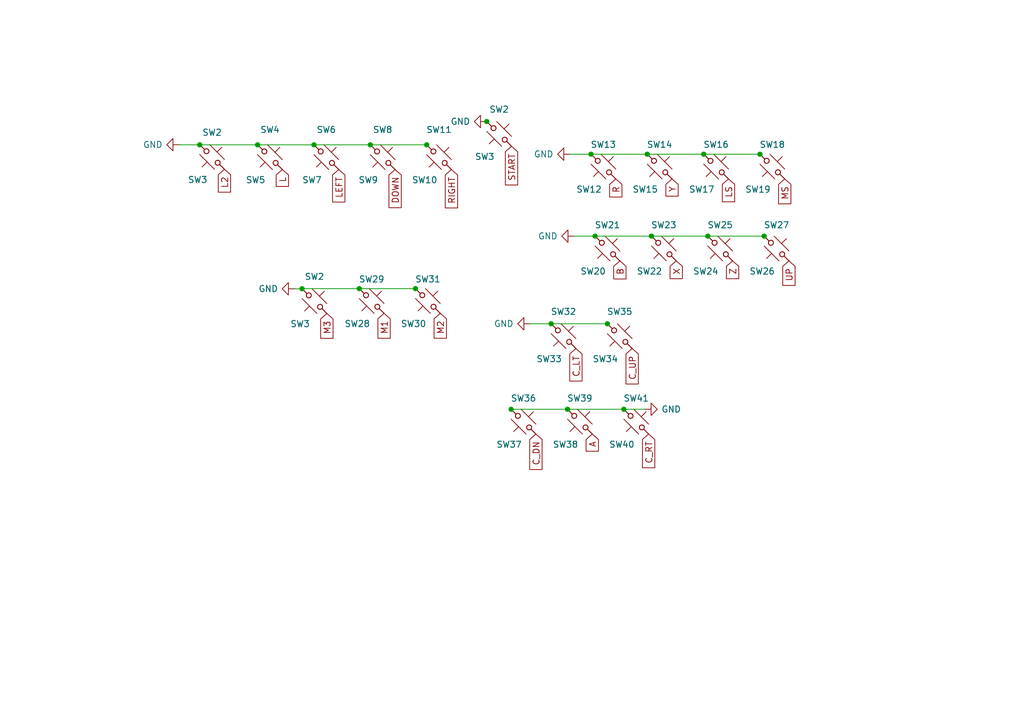
<source format=kicad_sch>
(kicad_sch (version 20230121) (generator eeschema)
  (paper "A5")
  (lib_symbols
    (symbol "marbastlib-mx:MX_SW_HS" (pin_numbers hide) (pin_names (offset 1.016) hide)
      (property "Reference" "SW" (at 3.048 1.016 0))
      (property "Value" "MX_SW_HS" (at 0 -3.81 0))
      (symbol "MX_SW_HS_0_1"
        (circle (center -1.1684 1.1684) (radius 0.508))
        (polyline (pts (xy -0.508 2.54) (xy 2.54 -0.508)))
        (polyline (pts (xy 1.016 1.016) (xy 2.032 2.032)))
        (polyline (pts (xy -2.54 2.54) (xy -1.524 1.524) (xy -1.524 1.524)))
        (polyline (pts (xy 1.524 -1.524) (xy 2.54 -2.54) (xy 2.54 -2.54) (xy 2.54 -2.54)))
        (circle (center 1.143 -1.1938) (radius 0.508))
        (pin passive line (at -2.54 2.54 0) (length 0) (name "1") (number "1"))
        (pin passive line (at 2.54 -2.54 180) (length 0) (name "2") (number "2"))
      )
    )
    (symbol "marbastlib-mx:MX_SW_solder" (pin_numbers hide) (pin_names (offset 1.016) hide)
      (property "Reference" "SW" (at 3.048 1.016 0))
      (property "Value" "MX_SW_solder" (at 0 -3.81 0))
      (symbol "MX_SW_solder_0_1"
        (circle (center -1.1684 1.1684) (radius 0.508))
        (polyline (pts (xy -0.508 2.54) (xy 2.54 -0.508)))
        (polyline (pts (xy 1.016 1.016) (xy 2.032 2.032)))
        (polyline (pts (xy -2.54 2.54) (xy -1.524 1.524) (xy -1.524 1.524)))
        (polyline (pts (xy 1.524 -1.524) (xy 2.54 -2.54) (xy 2.54 -2.54) (xy 2.54 -2.54)))
        (circle (center 1.143 -1.1938) (radius 0.508))
        (pin passive line (at -2.54 2.54 0) (length 0) (name "1") (number "1"))
        (pin passive line (at 2.54 -2.54 180) (length 0) (name "2") (number "2"))
      )
    )
    (symbol "power:GND" (power) (pin_names (offset 0))
      (property "Value" "GND" (at 0 -3.81 0))
      (symbol "GND_0_1"
        (polyline (pts (xy 0 0) (xy 0 -1.27) (xy 1.27 -1.27) (xy 0 -2.54) (xy -1.27 -1.27) (xy 0 -1.27)))
      )
      (symbol "GND_1_1"
        (pin power_in line (at 0 0 270) (length 0) hide (name "GND") (number "1"))
      )
    )
  )
  (junction (at 155.8544 31.6484))
  (junction (at 52.832 29.718))
  (junction (at 121.2088 31.6484))
  (junction (at 85.217 59.2328))
  (junction (at 73.6854 59.2328))
  (junction (at 104.8258 83.9978))
  (junction (at 144.3228 31.6484))
  (junction (at 124.5616 66.4464))
  (junction (at 87.503 29.718))
  (junction (at 61.9534 59.2582))
  (junction (at 64.389 29.718))
  (junction (at 122.047 48.4632))
  (junction (at 132.7404 31.6484))
  (junction (at 133.604 48.4632))
  (junction (at 99.822 24.9428))
  (junction (at 40.953 29.718))
  (junction (at 145.161 48.4632))
  (junction (at 116.3828 83.9978))
  (junction (at 75.946 29.718))
  (junction (at 127.9398 83.9978))
  (junction (at 156.718 48.4632))
  (junction (at 113.03 66.4464))
  (wire (pts (xy 36.7426 29.718) (xy 36.7426 29.6944)))
  (wire (pts (xy 117.7544 48.4632) (xy 122.047 48.4632)))
  (wire (pts (xy 132.2578 83.9978) (xy 127.9398 83.9978)))
  (wire (pts (xy 116.8908 31.6484) (xy 121.2088 31.6484)))
  (wire (pts (xy 52.832 29.718) (xy 64.389 29.718)))
  (wire (pts (xy 40.953 29.718) (xy 40.953 29.6757)))
  (wire (pts (xy 73.6854 59.2328) (xy 85.217 59.2328)))
  (wire (pts (xy 104.8258 83.9978) (xy 116.3828 83.9978)))
  (wire (pts (xy 75.946 29.718) (xy 87.503 29.718)))
  (wire (pts (xy 145.161 48.4632) (xy 156.718 48.4632)))
  (wire (pts (xy 61.9534 59.2582) (xy 61.9534 59.2237)))
  (wire (pts (xy 108.712 66.4464) (xy 113.03 66.4464)))
  (wire (pts (xy 132.7404 31.6484) (xy 144.3228 31.6484)))
  (wire (pts (xy 144.3228 31.6484) (xy 155.8544 31.6484)))
  (wire (pts (xy 133.604 48.4632) (xy 145.161 48.4632)))
  (wire (pts (xy 66.1027 59.2328) (xy 73.6854 59.2328)))
  (wire (pts (xy 60.4203 59.2673) (xy 61.9534 59.2673)))
  (wire (pts (xy 122.047 48.4632) (xy 133.604 48.4632)))
  (wire (pts (xy 36.7426 29.718) (xy 40.953 29.718)))
  (wire (pts (xy 66.1027 59.2237) (xy 66.1027 59.2328)))
  (wire (pts (xy 113.03 66.4464) (xy 124.5616 66.4464)))
  (wire (pts (xy 61.9534 59.2237) (xy 66.1027 59.2237)))
  (wire (pts (xy 64.389 29.718) (xy 75.946 29.718)))
  (wire (pts (xy 61.9534 59.2673) (xy 61.9534 59.2582)))
  (wire (pts (xy 121.2088 31.6484) (xy 132.7404 31.6484)))
  (wire (pts (xy 116.3828 83.9978) (xy 127.9398 83.9978)))
  (wire (pts (xy 40.953 29.718) (xy 52.832 29.718)))
  (global_label "DOWN" (shape input) (at 81.026 34.798 270) (property "Intersheetrefs" "${INTERSHEET_REFS}" (effects hide)))
  (global_label "RIGHT" (shape input) (at 92.583 34.798 270) (property "Intersheetrefs" "${INTERSHEET_REFS}" (effects hide)))
  (global_label "LEFT" (shape input) (at 69.469 34.798 270) (property "Intersheetrefs" "${INTERSHEET_REFS}" (effects hide)))
  (global_label "M2" (shape input) (at 90.297 64.3128 270) (property "Intersheetrefs" "${INTERSHEET_REFS}" (effects hide)))
  (global_label "Z" (shape input) (at 150.241 53.5432 270) (property "Intersheetrefs" "${INTERSHEET_REFS}" (effects hide)))
  (global_label "C_UP" (shape input) (at 129.6416 71.5264 270) (property "Intersheetrefs" "${INTERSHEET_REFS}" (effects hide)))
  (global_label "LS" (shape input) (at 149.4028 36.7284 270) (property "Intersheetrefs" "${INTERSHEET_REFS}" (effects hide)))
  (global_label "X" (shape input) (at 138.684 53.5432 270) (property "Intersheetrefs" "${INTERSHEET_REFS}" (effects hide)))
  (global_label "B" (shape input) (at 127.127 53.5432 270) (property "Intersheetrefs" "${INTERSHEET_REFS}" (effects hide)))
  (global_label "C_DN" (shape input) (at 109.9058 89.0778 270) (property "Intersheetrefs" "${INTERSHEET_REFS}" (effects hide)))
  (global_label "R" (shape input) (at 126.2888 36.7284 270) (property "Intersheetrefs" "${INTERSHEET_REFS}" (effects hide)))
  (global_label "M3" (shape input) (at 67.0334 64.3382 270) (property "Intersheetrefs" "${INTERSHEET_REFS}" (effects hide)))
  (global_label "C_RT" (shape input) (at 133.0198 89.0778 270) (property "Intersheetrefs" "${INTERSHEET_REFS}" (effects hide)))
  (global_label "L2" (shape input) (at 46.033 34.7557 270) (property "Intersheetrefs" "${INTERSHEET_REFS}" (effects hide)))
  (global_label "START" (shape input) (at 104.902 30.0228 270) (property "Intersheetrefs" "${INTERSHEET_REFS}" (effects hide)))
  (global_label "Y" (shape input) (at 137.8204 36.7284 270) (property "Intersheetrefs" "${INTERSHEET_REFS}" (effects hide)))
  (global_label "C_LT" (shape input) (at 118.11 71.5264 270) (property "Intersheetrefs" "${INTERSHEET_REFS}" (effects hide)))
  (global_label "A" (shape input) (at 121.4628 89.0778 270) (property "Intersheetrefs" "${INTERSHEET_REFS}" (effects hide)))
  (global_label "MS" (shape input) (at 160.9344 36.7284 270) (property "Intersheetrefs" "${INTERSHEET_REFS}" (effects hide)))
  (global_label "UP" (shape input) (at 161.798 53.5432 270) (property "Intersheetrefs" "${INTERSHEET_REFS}" (effects hide)))
  (global_label "L" (shape input) (at 57.912 34.798 270) (property "Intersheetrefs" "${INTERSHEET_REFS}" (effects hide)))
  (global_label "M1" (shape input) (at 78.7654 64.3128 270) (property "Intersheetrefs" "${INTERSHEET_REFS}" (effects hide)))
  (symbol (lib_id "marbastlib-mx:MX_SW_solder") (at 118.9228 86.5378 180) (unit 1)
    (property "Reference" "SW38" (at 115.9764 91.2114 0))
    (property "Value" "MX_SW_solder" (effects hide))
    (property "Footprint" "marbastlib-mx:SW_MX_1u" (effects hide))
  )
  (symbol (lib_id "marbastlib-mx:MX_SW_solder") (at 43.493 32.2157 180) (unit 1)
    (property "Reference" "SW3" (at 40.5466 36.8893 0))
    (property "Value" "MX_SW_solder" (effects hide))
    (property "Footprint" "marbastlib-mx:SW_MX_1u" (effects hide))
    (instances (project "OpenRectangle" (path "" (reference "SW3") (unit 1)) (path "" (reference "SW42") (unit 1))))
  )
  (symbol (lib_id "marbastlib-mx:MX_SW_HS") (at 43.493 32.2157 0) (unit 1)
    (property "Reference" "SW2" (at 43.493 27.1865 0))
    (property "Value" "MX_SW_HS" (effects hide))
    (property "Footprint" "marbastlib-mx:SW_MX_HS_1u" (effects hide))
    (instances (project "OpenRectangle" (path "" (reference "SW2") (unit 1)) (path "" (reference "SW43") (unit 1))))
  )
  (symbol (lib_id "marbastlib-mx:MX_SW_HS") (at 64.4934 61.7982 0) (unit 1)
    (property "Reference" "SW2" (at 64.4934 56.769 0))
    (property "Value" "MX_SW_HS" (effects hide))
    (property "Footprint" "marbastlib-mx:SW_MX_HS_1u" (effects hide))
    (instances (project "OpenRectangle" (path "" (reference "SW2") (unit 1)) (path "" (reference "SW44") (unit 1))))
  )
  (symbol (lib_id "power:GND") (at 117.7544 48.4632 270) (unit 1)
    (property "Reference" "#PWR035" (effects hide))
    (property "Value" "GND" (at 114.4016 48.4631 90) (effects (justify right)))
  )
  (symbol (lib_id "marbastlib-mx:MX_SW_solder") (at 123.7488 34.1884 180) (unit 1)
    (property "Reference" "SW12" (at 120.8024 38.862 0))
    (property "Value" "MX_SW_solder" (effects hide))
    (property "Footprint" "marbastlib-mx:SW_MX_1u" (effects hide))
  )
  (symbol (lib_id "marbastlib-mx:MX_SW_HS") (at 147.701 51.0032 0) (unit 1)
    (property "Reference" "SW25" (at 147.701 46.1772 0))
    (property "Value" "MX_SW_HS" (effects hide))
    (property "Footprint" "marbastlib-mx:SW_MX_HS_1u" (effects hide))
    (instances (project "OpenRectangle" (path "" (reference "SW25") (unit 1)) (path "" (reference "SW24") (unit 1))))
  )
  (symbol (lib_id "power:GND") (at 60.4203 59.2673 270) (unit 1)
    (property "Reference" "#PWR036" (effects hide))
    (property "Value" "GND" (at 57.0675 59.2672 90) (effects (justify right)))
  )
  (symbol (lib_id "marbastlib-mx:MX_SW_HS") (at 136.144 51.0032 0) (unit 1)
    (property "Reference" "SW23" (at 136.144 46.1772 0))
    (property "Value" "MX_SW_HS" (effects hide))
    (property "Footprint" "marbastlib-mx:SW_MX_HS_1u" (effects hide))
    (instances (project "OpenRectangle" (path "" (reference "SW23") (unit 1)) (path "" (reference "SW22") (unit 1))))
  )
  (symbol (lib_id "marbastlib-mx:MX_SW_solder") (at 55.372 32.258 180) (unit 1)
    (property "Reference" "SW5" (at 52.4256 36.9316 0))
    (property "Value" "MX_SW_solder" (effects hide))
    (property "Footprint" "marbastlib-mx:SW_MX_1u" (effects hide))
    (instances (project "OpenRectangle" (path "" (reference "SW5") (unit 1)) (path "" (reference "SW4") (unit 1))))
  )
  (symbol (lib_id "marbastlib-mx:MX_SW_solder") (at 78.486 32.258 180) (unit 1)
    (property "Reference" "SW9" (at 75.5396 36.9316 0))
    (property "Value" "MX_SW_solder" (effects hide))
    (property "Footprint" "marbastlib-mx:SW_MX_1u" (effects hide))
    (instances (project "OpenRectangle" (path "" (reference "SW9") (unit 1)) (path "" (reference "SW8") (unit 1))))
  )
  (symbol (lib_id "marbastlib-mx:MX_SW_HS") (at 115.57 68.9864 0) (unit 1)
    (property "Reference" "SW32" (at 115.57 63.9572 0))
    (property "Value" "MX_SW_HS" (effects hide))
    (property "Footprint" "marbastlib-mx:SW_MX_HS_1u" (effects hide))
  )
  (symbol (lib_id "marbastlib-mx:MX_SW_solder") (at 124.587 51.0032 180) (unit 1)
    (property "Reference" "SW20" (at 121.6406 55.6768 0))
    (property "Value" "MX_SW_solder" (effects hide))
    (property "Footprint" "marbastlib-mx:SW_MX_1u" (effects hide))
  )
  (symbol (lib_id "marbastlib-mx:MX_SW_HS") (at 130.4798 86.5378 0) (unit 1)
    (property "Reference" "SW41" (at 130.4798 81.7372 0))
    (property "Value" "MX_SW_HS" (effects hide))
    (property "Footprint" "marbastlib-mx:SW_MX_HS_1u" (effects hide))
    (instances (project "OpenRectangle" (path "" (reference "SW41") (unit 1)) (path "" (reference "SW40") (unit 1))))
  )
  (symbol (lib_id "marbastlib-mx:MX_SW_HS") (at 102.362 27.4828 0) (unit 1)
    (property "Reference" "SW2" (at 102.362 22.4536 0))
    (property "Value" "MX_SW_HS" (effects hide))
    (property "Footprint" "marbastlib-mx:SW_MX_HS_1u" (effects hide))
  )
  (symbol (lib_id "marbastlib-mx:MX_SW_HS") (at 146.8628 34.1884 0) (unit 1)
    (property "Reference" "SW16" (at 146.8628 29.6672 0))
    (property "Value" "MX_SW_HS" (effects hide))
    (property "Footprint" "marbastlib-mx:SW_MX_HS_1u" (effects hide))
  )
  (symbol (lib_id "marbastlib-mx:MX_SW_HS") (at 158.3944 34.1884 0) (unit 1)
    (property "Reference" "SW18" (at 158.3944 29.6672 0))
    (property "Value" "MX_SW_HS" (effects hide))
    (property "Footprint" "marbastlib-mx:SW_MX_HS_1u" (effects hide))
  )
  (symbol (lib_id "power:GND") (at 108.712 66.4464 270) (unit 1)
    (property "Reference" "#PWR037" (effects hide))
    (property "Value" "GND" (at 105.3592 66.4463 90) (effects (justify right)))
  )
  (symbol (lib_id "marbastlib-mx:MX_SW_HS") (at 135.2804 34.1884 0) (unit 1)
    (property "Reference" "SW14" (at 135.2804 29.6672 0))
    (property "Value" "MX_SW_HS" (effects hide))
    (property "Footprint" "marbastlib-mx:SW_MX_HS_1u" (effects hide))
  )
  (symbol (lib_id "marbastlib-mx:MX_SW_solder") (at 90.043 32.258 180) (unit 1)
    (property "Reference" "SW10" (at 87.0966 36.9316 0))
    (property "Value" "MX_SW_solder" (effects hide))
    (property "Footprint" "marbastlib-mx:SW_MX_1u" (effects hide))
  )
  (symbol (lib_id "power:GND") (at 132.2578 83.9978 90) (unit 1)
    (property "Reference" "#PWR038" (effects hide))
    (property "Value" "GND" (at 135.6106 83.9979 90) (effects (justify right)))
  )
  (symbol (lib_id "marbastlib-mx:MX_SW_HS") (at 124.587 51.0032 0) (unit 1)
    (property "Reference" "SW21" (at 124.587 46.1772 0))
    (property "Value" "MX_SW_HS" (effects hide))
    (property "Footprint" "marbastlib-mx:SW_MX_HS_1u" (effects hide))
  )
  (symbol (lib_id "marbastlib-mx:MX_SW_solder") (at 64.4934 61.7982 180) (unit 1)
    (property "Reference" "SW3" (at 61.547 66.4718 0))
    (property "Value" "MX_SW_solder" (effects hide))
    (property "Footprint" "marbastlib-mx:SW_MX_1u" (effects hide))
    (instances (project "OpenRectangle" (path "" (reference "SW3") (unit 1)) (path "" (reference "SW45") (unit 1))))
  )
  (symbol (lib_id "marbastlib-mx:MX_SW_HS") (at 159.258 51.0032 0) (unit 1)
    (property "Reference" "SW27" (at 159.258 46.1772 0))
    (property "Value" "MX_SW_HS" (effects hide))
    (property "Footprint" "marbastlib-mx:SW_MX_HS_1u" (effects hide))
    (instances (project "OpenRectangle" (path "" (reference "SW27") (unit 1)) (path "" (reference "SW26") (unit 1))))
  )
  (symbol (lib_id "marbastlib-mx:MX_SW_HS") (at 55.372 32.258 0) (unit 1)
    (property "Reference" "SW4" (at 55.372 26.6192 0))
    (property "Value" "MX_SW_HS" (effects hide))
    (property "Footprint" "marbastlib-mx:SW_MX_HS_1u" (effects hide))
    (instances (project "OpenRectangle" (path "" (reference "SW4") (unit 1)) (path "" (reference "SW5") (unit 1))))
  )
  (symbol (lib_id "marbastlib-mx:MX_SW_HS") (at 118.9228 86.5378 0) (unit 1)
    (property "Reference" "SW39" (at 118.9228 81.7372 0))
    (property "Value" "MX_SW_HS" (effects hide))
    (property "Footprint" "marbastlib-mx:SW_MX_HS_1u" (effects hide))
  )
  (symbol (lib_id "power:GND") (at 116.8908 31.6484 270) (unit 1)
    (property "Reference" "#PWR034" (effects hide))
    (property "Value" "GND" (at 113.538 31.6483 90) (effects (justify right)))
  )
  (symbol (lib_id "marbastlib-mx:MX_SW_solder") (at 87.757 61.7728 180) (unit 1)
    (property "Reference" "SW30" (at 84.8106 66.4464 0))
    (property "Value" "MX_SW_solder" (effects hide))
    (property "Footprint" "marbastlib-mx:SW_MX_1u" (effects hide))
  )
  (symbol (lib_id "marbastlib-mx:MX_SW_HS") (at 76.2254 61.7728 0) (unit 1)
    (property "Reference" "SW29" (at 76.2254 57.3024 0))
    (property "Value" "MX_SW_HS" (effects hide))
    (property "Footprint" "marbastlib-mx:SW_MX_HS_1u" (effects hide))
    (instances (project "OpenRectangle" (path "" (reference "SW29") (unit 1)) (path "" (reference "SW28") (unit 1))))
  )
  (symbol (lib_id "marbastlib-mx:MX_SW_solder") (at 130.4798 86.5378 180) (unit 1)
    (property "Reference" "SW40" (at 127.5334 91.2114 0))
    (property "Value" "MX_SW_solder" (effects hide))
    (property "Footprint" "marbastlib-mx:SW_MX_1u" (effects hide))
    (instances (project "OpenRectangle" (path "" (reference "SW40") (unit 1)) (path "" (reference "SW41") (unit 1))))
  )
  (symbol (lib_id "marbastlib-mx:MX_SW_HS") (at 107.3658 86.5378 0) (unit 1)
    (property "Reference" "SW36" (at 107.3658 81.7372 0))
    (property "Value" "MX_SW_HS" (effects hide))
    (property "Footprint" "marbastlib-mx:SW_MX_HS_1u" (effects hide))
  )
  (symbol (lib_id "marbastlib-mx:MX_SW_solder") (at 146.8628 34.1884 180) (unit 1)
    (property "Reference" "SW17" (at 143.9164 38.862 0))
    (property "Value" "MX_SW_solder" (effects hide))
    (property "Footprint" "marbastlib-mx:SW_MX_1u" (effects hide))
  )
  (symbol (lib_id "marbastlib-mx:MX_SW_HS") (at 127.1016 68.9864 0) (unit 1)
    (property "Reference" "SW35" (at 127.1016 63.9572 0))
    (property "Value" "MX_SW_HS" (effects hide))
    (property "Footprint" "marbastlib-mx:SW_MX_HS_1u" (effects hide))
    (instances (project "OpenRectangle" (path "" (reference "SW35") (unit 1)) (path "" (reference "SW34") (unit 1))))
  )
  (symbol (lib_id "marbastlib-mx:MX_SW_solder") (at 147.701 51.0032 180) (unit 1)
    (property "Reference" "SW24" (at 144.7546 55.6768 0))
    (property "Value" "MX_SW_solder" (effects hide))
    (property "Footprint" "marbastlib-mx:SW_MX_1u" (effects hide))
    (instances (project "OpenRectangle" (path "" (reference "SW24") (unit 1)) (path "" (reference "SW25") (unit 1))))
  )
  (symbol (lib_id "marbastlib-mx:MX_SW_HS") (at 87.757 61.7728 0) (unit 1)
    (property "Reference" "SW31" (at 87.757 57.3024 0))
    (property "Value" "MX_SW_HS" (effects hide))
    (property "Footprint" "marbastlib-mx:SW_MX_HS_1u" (effects hide))
  )
  (symbol (lib_id "marbastlib-mx:MX_SW_solder") (at 127.1016 68.9864 180) (unit 1)
    (property "Reference" "SW34" (at 124.1552 73.66 0))
    (property "Value" "MX_SW_solder" (effects hide))
    (property "Footprint" "marbastlib-mx:SW_MX_1u" (effects hide))
    (instances (project "OpenRectangle" (path "" (reference "SW34") (unit 1)) (path "" (reference "SW35") (unit 1))))
  )
  (symbol (lib_id "power:GND") (at 36.7426 29.6944 270) (unit 1)
    (property "Reference" "#PWR033" (effects hide))
    (property "Value" "GND" (at 33.3898 29.6943 90) (effects (justify right)))
  )
  (symbol (lib_id "marbastlib-mx:MX_SW_HS") (at 66.929 32.258 0) (unit 1)
    (property "Reference" "SW6" (at 66.929 26.6192 0))
    (property "Value" "MX_SW_HS" (effects hide))
    (property "Footprint" "marbastlib-mx:SW_MX_HS_1u" (effects hide))
  )
  (symbol (lib_id "marbastlib-mx:MX_SW_solder") (at 107.3658 86.5378 180) (unit 1)
    (property "Reference" "SW37" (at 104.4194 91.2114 0))
    (property "Value" "MX_SW_solder" (effects hide))
    (property "Footprint" "marbastlib-mx:SW_MX_1u" (effects hide))
  )
  (symbol (lib_id "marbastlib-mx:MX_SW_solder") (at 159.258 51.0032 180) (unit 1)
    (property "Reference" "SW26" (at 156.3116 55.6768 0))
    (property "Value" "MX_SW_solder" (effects hide))
    (property "Footprint" "marbastlib-mx:SW_MX_1u" (effects hide))
    (instances (project "OpenRectangle" (path "" (reference "SW26") (unit 1)) (path "" (reference "SW27") (unit 1))))
  )
  (symbol (lib_id "marbastlib-mx:MX_SW_solder") (at 66.929 32.258 180) (unit 1)
    (property "Reference" "SW7" (at 63.9826 36.9316 0))
    (property "Value" "MX_SW_solder" (effects hide))
    (property "Footprint" "marbastlib-mx:SW_MX_1u" (effects hide))
  )
  (symbol (lib_id "marbastlib-mx:MX_SW_solder") (at 135.2804 34.1884 180) (unit 1)
    (property "Reference" "SW15" (at 132.334 38.862 0))
    (property "Value" "MX_SW_solder" (effects hide))
    (property "Footprint" "marbastlib-mx:SW_MX_1u" (effects hide))
  )
  (symbol (lib_id "marbastlib-mx:MX_SW_solder") (at 76.2254 61.7728 180) (unit 1)
    (property "Reference" "SW28" (at 73.279 66.4464 0))
    (property "Value" "MX_SW_solder" (effects hide))
    (property "Footprint" "marbastlib-mx:SW_MX_1u" (effects hide))
    (instances (project "OpenRectangle" (path "" (reference "SW28") (unit 1)) (path "" (reference "SW29") (unit 1))))
  )
  (symbol (lib_id "marbastlib-mx:MX_SW_solder") (at 158.3944 34.1884 180) (unit 1)
    (property "Reference" "SW19" (at 155.448 38.862 0))
    (property "Value" "MX_SW_solder" (effects hide))
    (property "Footprint" "marbastlib-mx:SW_MX_1u" (effects hide))
  )
  (symbol (lib_id "marbastlib-mx:MX_SW_solder") (at 115.57 68.9864 180) (unit 1)
    (property "Reference" "SW33" (at 112.6236 73.66 0))
    (property "Value" "MX_SW_solder" (effects hide))
    (property "Footprint" "marbastlib-mx:SW_MX_1u" (effects hide))
  )
  (symbol (lib_id "power:GND") (at 99.822 24.9428 270) (unit 1)
    (property "Reference" "#PWR032" (effects hide))
    (property "Value" "GND" (at 96.4692 24.9427 90) (effects (justify right)))
  )
  (symbol (lib_id "marbastlib-mx:MX_SW_solder") (at 136.144 51.0032 180) (unit 1)
    (property "Reference" "SW22" (at 133.1976 55.6768 0))
    (property "Value" "MX_SW_solder" (effects hide))
    (property "Footprint" "marbastlib-mx:SW_MX_1u" (effects hide))
    (instances (project "OpenRectangle" (path "" (reference "SW22") (unit 1)) (path "" (reference "SW23") (unit 1))))
  )
  (symbol (lib_id "marbastlib-mx:MX_SW_HS") (at 78.486 32.258 0) (unit 1)
    (property "Reference" "SW8" (at 78.486 26.6192 0))
    (property "Value" "MX_SW_HS" (effects hide))
    (property "Footprint" "marbastlib-mx:SW_MX_HS_1u" (effects hide))
    (instances (project "OpenRectangle" (path "" (reference "SW8") (unit 1)) (path "" (reference "SW9") (unit 1))))
  )
  (symbol (lib_id "marbastlib-mx:MX_SW_solder") (at 102.362 27.4828 180) (unit 1)
    (property "Reference" "SW3" (at 99.4156 32.1564 0))
    (property "Value" "MX_SW_solder" (effects hide))
    (property "Footprint" "marbastlib-mx:SW_MX_1u" (effects hide))
  )
  (symbol (lib_id "marbastlib-mx:MX_SW_HS") (at 123.7488 34.1884 0) (unit 1)
    (property "Reference" "SW13" (at 123.7488 29.6672 0))
    (property "Value" "MX_SW_HS" (effects hide))
    (property "Footprint" "marbastlib-mx:SW_MX_HS_1u" (effects hide))
  )
  (symbol (lib_id "marbastlib-mx:MX_SW_HS") (at 90.043 32.258 0) (unit 1)
    (property "Reference" "SW11" (at 90.043 26.6192 0))
    (property "Value" "MX_SW_HS" (effects hide))
    (property "Footprint" "marbastlib-mx:SW_MX_HS_1u" (effects hide))
  )
)
</source>
